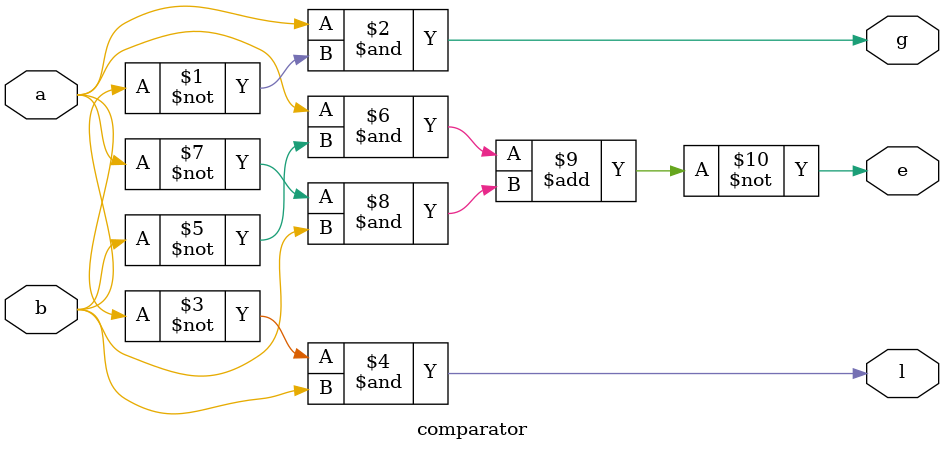
<source format=v>
module comparator(input a,b, output g,e,l);
    assign g=a&~b;
    assign l=~a&b;
    assign e=~((a&~b)+(~a&b));
    //xnor(e,a,b);
endmodule
</source>
